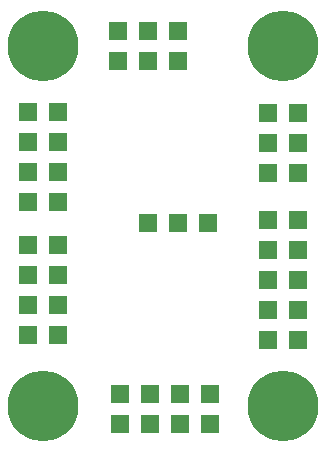
<source format=gbr>
G04 #@! TF.FileFunction,Soldermask,Top*
%FSLAX46Y46*%
G04 Gerber Fmt 4.6, Leading zero omitted, Abs format (unit mm)*
G04 Created by KiCad (PCBNEW 0.201503251001+5534~22~ubuntu14.04.1-product) date Čt 26. březen 2015, 00:38:27 CET*
%MOMM*%
G01*
G04 APERTURE LIST*
%ADD10C,0.300000*%
%ADD11R,1.524000X1.524000*%
%ADD12C,6.000000*%
G04 APERTURE END LIST*
D10*
D11*
X11430000Y34290000D03*
X11430000Y36830000D03*
X13970000Y34290000D03*
X13970000Y36830000D03*
X16510000Y34290000D03*
X16510000Y36830000D03*
X3810000Y13589000D03*
X6350000Y13589000D03*
X3810000Y11049000D03*
X6350000Y11049000D03*
X6350000Y18669000D03*
X3810000Y18669000D03*
X3810000Y16129000D03*
X6350000Y16129000D03*
X24130000Y29845000D03*
X26670000Y29845000D03*
X24130000Y27305000D03*
X26670000Y27305000D03*
X24130000Y24765000D03*
X26670000Y24765000D03*
X11557000Y3556000D03*
X11557000Y6096000D03*
X14097000Y3556000D03*
X14097000Y6096000D03*
X16637000Y6096000D03*
X16637000Y3556000D03*
X19177000Y6096000D03*
X19177000Y3556000D03*
X6350000Y27432000D03*
X3810000Y27432000D03*
X3810000Y24892000D03*
X6350000Y24892000D03*
X6350000Y22352000D03*
X3810000Y22352000D03*
X3810000Y29972000D03*
X6350000Y29972000D03*
X13970000Y20574000D03*
X16510000Y20574000D03*
X19050000Y20574000D03*
X24130000Y20828000D03*
X26670000Y20828000D03*
X24130000Y18288000D03*
X26670000Y18288000D03*
X24130000Y15748000D03*
X26670000Y15748000D03*
X24130000Y13208000D03*
X26670000Y13208000D03*
X24130000Y10668000D03*
X26670000Y10668000D03*
D12*
X5080000Y35560000D03*
X5080000Y5080000D03*
X25400000Y35560000D03*
X25400000Y5080000D03*
M02*

</source>
